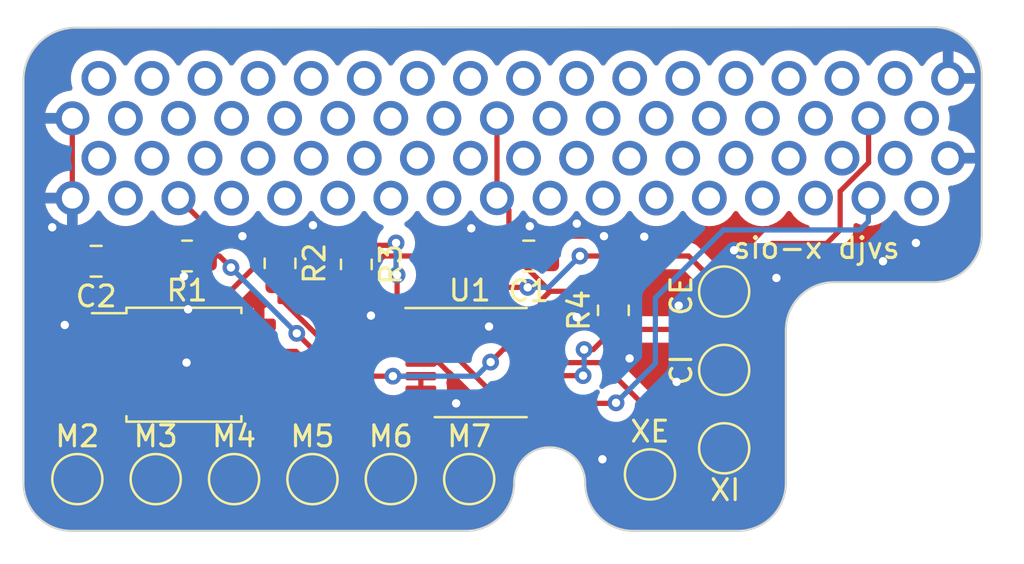
<source format=kicad_pcb>
(kicad_pcb (version 20221018) (generator pcbnew)
  (layers (0 "F.Cu" signal) (31 "B.Cu" signal) (34 "B.Paste" user) (35 "F.Paste" user) (36 "B.SilkS" user "B.Silkscreen") (37 "F.SilkS" user "F.Silkscreen") (38 "B.Mask" user) (39 "F.Mask" user) (44 "Edge.Cuts" user))
  (net 0 "")
  (net 1 "P3")
  (net 2 "CI")
  (net 3 "CE")
  (net 4 "MP1")
  (net 5 "MP2")
  (net 6 "MP3")
  (net 7 "MP4")
  (net 8 "MP5")
  (net 9 "MP6")
  (net 10 "MP7")
  (net 11 "GND1")
  (net 12 "XE")
  (net 13 "XI")
  (net 14 "PI")
  (net 15 "EN")
  (footprint "TestPoint:TestPoint_Pad_D2.0mm" (layer "F.Cu") (at 121.65 61.95 90)
    (fp_text reference "J1" hide)
    (fp_text value "CE" (at -0.2 -2.05 90) (layer "F.SilkS"))
    (fp_circle (center 0 0) (end 0 1.2) (stroke (width 0.12)) (fill none) (layer "F.SilkS"))
    (pad "1" smd circle (at 0 0 90) (size 2 2) (layers "F.Cu" "F.Mask") (net 3 "CE"))
  )
  (footprint "Capacitor_SMD:C_0805_2012Metric" (layer "F.Cu") (at 91.6 60.5 180)
    (fp_text reference "C2" (at 0 -1.68) (layer "F.SilkS"))
    (fp_text value "0.1uF")
    (fp_line (start -0.261252 -0.735) (end 0.261252 -0.735) (stroke (width 0.12)) (layer "F.SilkS"))
    (fp_line (start -0.261252 0.735) (end 0.261252 0.735) (stroke (width 0.12)) (layer "F.SilkS"))
    (pad "1" smd roundrect (at -0.95 0 180) (size 1 1.45) (layers "F.Cu" "F.Paste" "F.Mask") (net 4 "MP1"))
    (pad "2" smd roundrect (at 0.95 0 180) (size 1 1.45) (layers "F.Cu" "F.Paste" "F.Mask") (net 11 "GND1"))
  )
  (footprint "Resistor_SMD:R_0805_2012Metric" (layer "F.Cu") (at 100.4 60.6 -90)
    (fp_text reference "R2" (at 0 -1.65 90) (layer "F.SilkS"))
    (fp_text value "10k")
    (fp_line (start -0.227064 -0.735) (end 0.227064 -0.735) (stroke (width 0.12)) (layer "F.SilkS"))
    (fp_line (start -0.227064 0.735) (end 0.227064 0.735) (stroke (width 0.12)) (layer "F.SilkS"))
    (pad "1" smd roundrect (at -0.9125 0 270) (size 1.025 1.4) (layers "F.Cu" "F.Paste" "F.Mask") (roundrect_rratio 0.243902439) (net 4 "MP1"))
    (pad "2" smd roundrect (at 0.9125 0 270) (size 1.025 1.4) (layers "F.Cu" "F.Paste" "F.Mask") (roundrect_rratio 0.243902439) (net 1 "P3"))
  )
  (footprint "TestPoint:TestPoint_Pad_D2.0mm" (layer "F.Cu") (at 109.45 70.925 180)
    (fp_text reference "J10" hide)
    (fp_text value "M7" (at 0 2.05) (layer "F.SilkS"))
    (fp_circle (center 0 0) (end 0 1.2) (stroke (width 0.12)) (fill none) (layer "F.SilkS"))
    (pad "1" smd circle (at 0 0 180) (size 2 2) (layers "F.Cu" "F.Mask") (net 10 "MP7"))
  )
  (footprint "PsioPin:PsioPin" (layer "F.Cu") (at 110.78 57.48)
    (fp_text reference "J18" hide)
    (fp_text value "M7" hide)
    (pad "1" thru_hole oval (at 0 0) (size 1.625 1.625) (drill 1) (layers *.Cu *.Mask) (net 4 "MP1"))
  )
  (footprint "TestPoint:TestPoint_Pad_D2.0mm" (layer "F.Cu") (at 98.2 70.925 180)
    (fp_text reference "J7" hide)
    (fp_text value "M4" (at 0 2.05) (layer "F.SilkS"))
    (fp_circle (center 0 0) (end 0 1.2) (stroke (width 0.12)) (fill none) (layer "F.SilkS"))
    (pad "1" smd circle (at 0 0 180) (size 2 2) (layers "F.Cu" "F.Mask") (net 7 "MP4"))
  )
  (footprint "PsioPin:PsioPin" (layer "F.Cu") (at 128.56 57.48)
    (fp_text reference "J16" hide)
    (fp_text value "IO_PI" hide)
    (pad "1" thru_hole oval (at 0 0) (size 1.625 1.625) (drill 1) (layers *.Cu *.Mask) (net 14 "PI"))
  )
  (footprint "TestPoint:TestPoint_Pad_D2.0mm" (layer "F.Cu") (at 90.7 70.925 180)
    (fp_text reference "J5" hide)
    (fp_text value "M2" (at 0 2.05) (layer "F.SilkS"))
    (fp_circle (center 0 0) (end 0 1.2) (stroke (width 0.12)) (fill none) (layer "F.SilkS"))
    (pad "1" smd circle (at 0 0 180) (size 2 2) (layers "F.Cu" "F.Mask") (net 5 "MP2"))
  )
  (footprint "TestPoint:TestPoint_Pad_D2.0mm" (layer "F.Cu") (at 94.45 70.925 180)
    (fp_text reference "J6" hide)
    (fp_text value "M3" (at 0 2.05) (layer "F.SilkS"))
    (fp_circle (center 0 0) (end 0 1.2) (stroke (width 0.12)) (fill none) (layer "F.SilkS"))
    (pad "1" smd circle (at 0 0 180) (size 2 2) (layers "F.Cu" "F.Mask") (net 6 "MP3"))
  )
  (footprint "PsioPin:PsioPin" (layer "F.Cu") (at 90.46 53.66)
    (fp_text reference "J12" hide)
    (fp_text value "IO_GND_2" hide)
    (pad "1" thru_hole oval (at 0 0) (size 1.625 1.625) (drill 1) (layers *.Cu *.Mask) (net 11 "GND1"))
  )
  (footprint "Package_SO:TSSOP-14_4.4x5mm_P0.65mm" (layer "F.Cu") (at 110 65.35)
    (fp_text reference "U1" (at -0.52 -3.45) (layer "F.SilkS"))
    (fp_text value "74HC4066")
    (fp_line (start 0 -2.61) (end -3.6 -2.61) (stroke (width 0.12)) (layer "F.SilkS"))
    (fp_line (start 0 -2.61) (end 2.2 -2.61) (stroke (width 0.12)) (layer "F.SilkS"))
    (fp_line (start 0 2.61) (end -2.2 2.61) (stroke (width 0.12)) (layer "F.SilkS"))
    (fp_line (start 0 2.61) (end 2.2 2.61) (stroke (width 0.12)) (layer "F.SilkS"))
    (pad "1" smd roundrect (at -2.8625 -1.95) (size 1.475 0.4) (layers "F.Cu" "F.Paste" "F.Mask") (net 3 "CE"))
    (pad "2" smd roundrect (at -2.8625 -1.3) (size 1.475 0.4) (layers "F.Cu" "F.Paste" "F.Mask") (net 12 "XE"))
    (pad "3" smd roundrect (at -2.8625 -0.65) (size 1.475 0.4) (layers "F.Cu" "F.Paste" "F.Mask") (net 1 "P3"))
    (pad "4" smd roundrect (at -2.8625 0) (size 1.475 0.4) (layers "F.Cu" "F.Paste" "F.Mask") (net 11 "GND1"))
    (pad "5" smd roundrect (at -2.8625 0.65) (size 1.475 0.4) (layers "F.Cu" "F.Paste" "F.Mask") (net 15 "EN"))
    (pad "6" smd roundrect (at -2.8625 1.3) (size 1.475 0.4) (layers "F.Cu" "F.Paste" "F.Mask") (net 15 "EN"))
    (pad "7" smd roundrect (at -2.8625 1.95) (size 1.475 0.4) (layers "F.Cu" "F.Paste" "F.Mask") (net 11 "GND1"))
    (pad "8" smd roundrect (at 2.8625 1.95) (size 1.475 0.4) (layers "F.Cu" "F.Paste" "F.Mask") (net 14 "PI"))
    (pad "9" smd roundrect (at 2.8625 1.3) (size 1.475 0.4) (layers "F.Cu" "F.Paste" "F.Mask") (net 2 "CI"))
    (pad "10" smd roundrect (at 2.8625 0.65) (size 1.475 0.4) (layers "F.Cu" "F.Paste" "F.Mask") (net 2 "CI"))
    (pad "11" smd roundrect (at 2.8625 0) (size 1.475 0.4) (layers "F.Cu" "F.Paste" "F.Mask") (net 13 "XI"))
    (pad "12" smd roundrect (at 2.8625 -0.65) (size 1.475 0.4) (layers "F.Cu" "F.Paste" "F.Mask") (net 15 "EN"))
    (pad "13" smd roundrect (at 2.8625 -1.3) (size 1.475 0.4) (layers "F.Cu" "F.Paste" "F.Mask") (net 15 "EN"))
    (pad "14" smd roundrect (at 2.8625 -1.95) (size 1.475 0.4) (layers "F.Cu" "F.Paste" "F.Mask") (net 4 "MP1"))
  )
  (footprint "Package_SO:SOP-8_5.28x5.23mm_P1.27mm" (layer "F.Cu") (at 95.8 65.45)
    (fp_text reference "U2" hide)
    (fp_text value "12C508/9")
    (fp_line (start -2.75 -2.725) (end -2.75 -2.465) (stroke (width 0.12)) (layer "F.SilkS"))
    (fp_line (start -2.75 -2.465) (end -4.4 -2.465) (stroke (width 0.12)) (layer "F.SilkS"))
    (fp_line (start -2.75 2.725) (end -2.75 2.465) (stroke (width 0.12)) (layer "F.SilkS"))
    (fp_line (start 0 -2.725) (end -2.75 -2.725) (stroke (width 0.12)) (layer "F.SilkS"))
    (fp_line (start 0 -2.725) (end 2.75 -2.725) (stroke (width 0.12)) (layer "F.SilkS"))
    (fp_line (start 0 2.725) (end -2.75 2.725) (stroke (width 0.12)) (layer "F.SilkS"))
    (fp_line (start 0 2.725) (end 2.75 2.725) (stroke (width 0.12)) (layer "F.SilkS"))
    (fp_line (start 2.75 -2.725) (end 2.75 -2.465) (stroke (width 0.12)) (layer "F.SilkS"))
    (fp_line (start 2.75 2.725) (end 2.75 2.465) (stroke (width 0.12)) (layer "F.SilkS"))
    (pad "1" smd roundrect (at -3.6 -1.905) (size 1.6 0.6) (layers "F.Cu" "F.Paste" "F.Mask") (net 4 "MP1"))
    (pad "2" smd roundrect (at -3.6 -0.635) (size 1.6 0.6) (layers "F.Cu" "F.Paste" "F.Mask") (net 5 "MP2"))
    (pad "3" smd roundrect (at -3.6 0.635) (size 1.6 0.6) (layers "F.Cu" "F.Paste" "F.Mask") (net 6 "MP3"))
    (pad "4" smd roundrect (at -3.6 1.905) (size 1.6 0.6) (layers "F.Cu" "F.Paste" "F.Mask") (net 7 "MP4"))
    (pad "5" smd roundrect (at 3.6 1.905) (size 1.6 0.6) (layers "F.Cu" "F.Paste" "F.Mask") (net 8 "MP5"))
    (pad "6" smd roundrect (at 3.6 0.635) (size 1.6 0.6) (layers "F.Cu" "F.Paste" "F.Mask") (net 9 "MP6"))
    (pad "7" smd roundrect (at 3.6 -0.635) (size 1.6 0.6) (layers "F.Cu" "F.Paste" "F.Mask") (net 10 "MP7"))
    (pad "8" smd roundrect (at 3.6 -1.905) (size 1.6 0.6) (layers "F.Cu" "F.Paste" "F.Mask") (net 11 "GND1"))
  )
  (footprint "TestPoint:TestPoint_Pad_D2.0mm" (layer "F.Cu") (at 101.95 70.925 180)
    (fp_text reference "J8" hide)
    (fp_text value "M5" (at 0 2.05) (layer "F.SilkS"))
    (fp_circle (center 0 0) (end 0 1.2) (stroke (width 0.12)) (fill none) (layer "F.SilkS"))
    (pad "1" smd circle (at 0 0 180) (size 2 2) (layers "F.Cu" "F.Mask") (net 8 "MP5"))
  )
  (footprint "TestPoint:TestPoint_Pad_D2.0mm" (layer "F.Cu") (at 118.1 70.7 180)
    (fp_text reference "J3" hide)
    (fp_text value "XE" (at 0 2.05) (layer "F.SilkS"))
    (fp_circle (center 0 0) (end 0 1.2) (stroke (width 0.12)) (fill none) (layer "F.SilkS"))
    (pad "1" smd circle (at 0 0 180) (size 2 2) (layers "F.Cu" "F.Mask") (net 12 "XE"))
  )
  (footprint "PsioPin:PsioPin" (layer "F.Cu") (at 90.46 57.48)
    (fp_text reference "J13" hide)
    (fp_text value "IO_GND_3" hide)
    (pad "1" thru_hole oval (at 0 0) (size 1.625 1.625) (drill 1) (layers *.Cu *.Mask) (net 11 "GND1"))
  )
  (footprint "PsioPin:PsioPin" (layer "F.Cu") (at 132.37 51.75)
    (fp_text reference "J11" hide)
    (fp_text value "IO_GND_1" hide)
    (pad "1" thru_hole oval (at 0 0) (size 1.625 1.625) (drill 1) (layers *.Cu *.Mask) (net 11 "GND1"))
  )
  (footprint "Resistor_SMD:R_0805_2012Metric" (layer "F.Cu") (at 116.35 62.85 90)
    (fp_text reference "R4" (at 0 -1.65 90) (layer "F.SilkS"))
    (fp_text value "10k")
    (fp_line (start -0.227064 -0.735) (end 0.227064 -0.735) (stroke (width 0.12)) (layer "F.SilkS"))
    (fp_line (start -0.227064 0.735) (end 0.227064 0.735) (stroke (width 0.12)) (layer "F.SilkS"))
    (pad "1" smd roundrect (at -0.9125 0 90) (size 1.025 1.4) (layers "F.Cu" "F.Paste" "F.Mask") (roundrect_rratio 0.243902439) (net 2 "CI"))
    (pad "2" smd roundrect (at 0.9125 0 90) (size 1.025 1.4) (layers "F.Cu" "F.Paste" "F.Mask") (roundrect_rratio 0.243902439) (net 4 "MP1"))
  )
  (footprint "PsioPin:PsioPin" (layer "F.Cu") (at 110.78 53.66)
    (fp_text reference "J17" hide)
    (fp_text value "M7" hide)
    (pad "1" thru_hole oval (at 0 0) (size 1.625 1.625) (drill 1) (layers *.Cu *.Mask) (net 4 "MP1"))
  )
  (footprint "Resistor_SMD:R_0805_2012Metric" (layer "F.Cu") (at 95.95 60.25 180)
    (fp_text reference "R1" (at 0 -1.65) (layer "F.SilkS"))
    (fp_text value "47k")
    (fp_line (start -0.227064 -0.735) (end 0.227064 -0.735) (stroke (width 0.12)) (layer "F.SilkS"))
    (fp_line (start -0.227064 0.735) (end 0.227064 0.735) (stroke (width 0.12)) (layer "F.SilkS"))
    (pad "1" smd roundrect (at -0.9125 0 180) (size 1.025 1.4) (layers "F.Cu" "F.Paste" "F.Mask") (roundrect_rratio 0.243902439) (net 15 "EN"))
    (pad "2" smd roundrect (at 0.9125 0 180) (size 1.025 1.4) (layers "F.Cu" "F.Paste" "F.Mask") (roundrect_rratio 0.243902439) (net 11 "GND1"))
  )
  (footprint "TestPoint:TestPoint_Pad_D2.0mm" (layer "F.Cu") (at 105.7 70.925 180)
    (fp_text reference "J9" hide)
    (fp_text value "M6" (at 0 2.05) (layer "F.SilkS"))
    (fp_circle (center 0 0) (end 0 1.2) (stroke (width 0.12)) (fill none) (layer "F.SilkS"))
    (pad "1" smd circle (at 0 0 180) (size 2 2) (layers "F.Cu" "F.Mask") (net 9 "MP6"))
  )
  (footprint "TestPoint:TestPoint_Pad_D2.0mm" (layer "F.Cu") (at 121.65 69.45 180)
    (fp_text reference "J4" hide)
    (fp_text value "XI" (at -0.05 -2) (layer "F.SilkS"))
    (fp_circle (center 0 0) (end 0 1.2) (stroke (width 0.12)) (fill none) (layer "F.SilkS"))
    (pad "1" smd circle (at 0 0 180) (size 2 2) (layers "F.Cu" "F.Mask") (net 13 "XI"))
  )
  (footprint "PsioPin:PsioPin" (layer "F.Cu") (at 128.56 53.66)
    (fp_text reference "J15" hide)
    (fp_text value "IO_PE" hide)
    (pad "1" thru_hole oval (at 0 0) (size 1.625 1.625) (drill 1) (layers *.Cu *.Mask) (net 3 "CE"))
  )
  (footprint "PsioPin:PsioPin" (layer "F.Cu") (at 132.37 55.57)
    (fp_text reference "J14" hide)
    (fp_text value "IO_GND_4" hide)
    (pad "1" thru_hole oval (at 0 0) (size 1.625 1.625) (drill 1) (layers *.Cu *.Mask) (net 11 "GND1"))
  )
  (footprint "PsioPin:PsioPin" (layer "F.Cu") (at 95.54 57.48)
    (fp_text reference "J19" hide)
    (fp_text value "IO_PI" hide)
    (pad "1" thru_hole oval (at 0 0) (size 1.625 1.625) (drill 1) (layers *.Cu *.Mask) (net 15 "EN"))
  )
  (footprint "TestPoint:TestPoint_Pad_D2.0mm" (layer "F.Cu") (at 121.65 65.7 -90)
    (fp_text reference "J2" hide)
    (fp_text value "CI" (at 0 2.05 90) (layer "F.SilkS"))
    (fp_circle (center 0 0) (end 0 1.2) (stroke (width 0.12)) (fill none) (layer "F.SilkS"))
    (pad "1" smd circle (at 0 0 270) (size 2 2) (layers "F.Cu" "F.Mask") (net 2 "CI"))
  )
  (footprint "Resistor_SMD:R_0805_2012Metric" (layer "F.Cu") (at 104.05 60.65 -90)
    (fp_text reference "R3" (at 0 -1.65 90) (layer "F.SilkS"))
    (fp_text value "10k")
    (fp_line (start -0.227064 -0.735) (end 0.227064 -0.735) (stroke (width 0.12)) (layer "F.SilkS"))
    (fp_line (start -0.227064 0.735) (end 0.227064 0.735) (stroke (width 0.12)) (layer "F.SilkS"))
    (pad "1" smd roundrect (at -0.9125 0 270) (size 1.025 1.4) (layers "F.Cu" "F.Paste" "F.Mask") (roundrect_rratio 0.243902439) (net 12 "XE"))
    (pad "2" smd roundrect (at 0.9125 0 270) (size 1.025 1.4) (layers "F.Cu" "F.Paste" "F.Mask") (roundrect_rratio 0.243902439) (net 4 "MP1"))
  )
  (footprint "Capacitor_SMD:C_0805_2012Metric" (layer "F.Cu") (at 112.3 60.25 180)
    (fp_text reference "C1" (at 0 -1.68) (layer "F.SilkS"))
    (fp_text value "0.1uF")
    (fp_line (start -0.261252 -0.735) (end 0.261252 -0.735) (stroke (width 0.12)) (layer "F.SilkS"))
    (fp_line (start -0.261252 0.735) (end 0.261252 0.735) (stroke (width 0.12)) (layer "F.SilkS"))
    (pad "1" smd roundrect (at -0.95 0 180) (size 1 1.45) (layers "F.Cu" "F.Paste" "F.Mask") (net 11 "GND1"))
    (pad "2" smd roundrect (at 0.95 0 180) (size 1 1.45) (layers "F.Cu" "F.Paste" "F.Mask") (net 4 "MP1"))
  )
  (gr_arc (start 124.6 63.8) (mid 125.273654 62.173654) (end 126.9 61.5) (stroke (width 0.1)) (layer "Edge.Cuts"))
  (gr_line (start 133.973654 51.6) (end 133.973654 59.2) (stroke (width 0.1)) (layer "Edge.Cuts"))
  (gr_arc (start 133.973654 59.2) (mid 133.3 60.826346) (end 131.673654 61.5) (stroke (width 0.1)) (layer "Edge.Cuts"))
  (gr_line (start 131.673654 61.5) (end 126.9 61.5) (stroke (width 0.1)) (layer "Edge.Cuts"))
  (gr_line (start 124.6 63.8) (end 124.6 71.1) (stroke (width 0.1)) (layer "Edge.Cuts"))
  (gr_arc (start 131.673654 49.3) (mid 133.3 49.973654) (end 133.973654 51.6) (stroke (width 0.1)) (layer "Edge.Cuts"))
  (gr_line (start 90.626346 49.326346) (end 131.673654 49.3) (stroke (width 0.1)) (layer "Edge.Cuts"))
  (gr_arc (start 124.6 71.1) (mid 123.926346 72.726346) (end 122.3 73.4) (stroke (width 0.1)) (layer "Edge.Cuts"))
  (gr_line (start 88.126346 51.826346) (end 88.126346 71.1) (stroke (width 0.1)) (layer "Edge.Cuts"))
  (gr_arc (start 111.6 71.1) (mid 113.3 69.4) (end 115 71.1) (stroke (width 0.1)) (layer "Edge.Cuts"))
  (gr_arc (start 111.6 71.1) (mid 110.926346 72.726346) (end 109.3 73.4) (stroke (width 0.1)) (layer "Edge.Cuts"))
  (gr_arc (start 117.3 73.4) (mid 115.673654 72.726346) (end 115 71.1) (stroke (width 0.1)) (layer "Edge.Cuts"))
  (gr_line (start 122.3 73.4) (end 117.3 73.4) (stroke (width 0.1)) (layer "Edge.Cuts"))
  (gr_arc (start 88.126346 51.826346) (mid 88.858579 50.058579) (end 90.626346 49.326346) (stroke (width 0.1)) (layer "Edge.Cuts"))
  (gr_arc (start 90.426346 73.4) (mid 88.8 72.726346) (end 88.126346 71.1) (stroke (width 0.1)) (layer "Edge.Cuts"))
  (gr_line (start 109.3 73.4) (end 90.426346 73.4) (stroke (width 0.1)) (layer "Edge.Cuts"))
  (gr_text "sio-x djvs" (at 122 60.45) (layer "F.SilkS") (effects (font (size 1 1)) (justify left bottom)))
  (via (at 98.08 53.66) (size 1.66) (drill 1.02) (layers "F.Cu" "B.Cu") (net 0))
  (via (at 112.05 51.75) (size 1.66) (drill 1.02) (layers "F.Cu" "B.Cu") (net 0))
  (via (at 99.35 55.57) (size 1.66) (drill 1.02) (layers "F.Cu" "B.Cu") (net 0))
  (via (at 100.62 57.48) (size 1.66) (drill 1.02) (layers "F.Cu" "B.Cu") (net 0))
  (via (at 94.27 51.75) (size 1.66) (drill 1.02) (layers "F.Cu" "B.Cu") (net 0))
  (via (at 104.43 55.57) (size 1.66) (drill 1.02) (layers "F.Cu" "B.Cu") (net 0))
  (via (at 95.54 53.66) (size 1.66) (drill 1.02) (layers "F.Cu" "B.Cu") (net 0))
  (via (at 106.97 51.75) (size 1.66) (drill 1.02) (layers "F.Cu" "B.Cu") (net 0))
  (via (at 112.05 55.57) (size 1.66) (drill 1.02) (layers "F.Cu" "B.Cu") (net 0))
  (via (at 105.7 57.48) (size 1.66) (drill 1.02) (layers "F.Cu" "B.Cu") (net 0))
  (via (at 118.4 57.48) (size 1.66) (drill 1.02) (layers "F.Cu" "B.Cu") (net 0))
  (via (at 93 57.48) (size 1.66) (drill 1.02) (layers "F.Cu" "B.Cu") (net 0))
  (via (at 96.81 55.57) (size 1.66) (drill 1.02) (layers "F.Cu" "B.Cu") (net 0))
  (via (at 117.13 55.57) (size 1.66) (drill 1.02) (layers "F.Cu" "B.Cu") (net 0))
  (via (at 108.24 53.66) (size 1.66) (drill 1.02) (layers "F.Cu" "B.Cu") (net 0))
  (via (at 98.08 57.48) (size 1.66) (drill 1.02) (layers "F.Cu" "B.Cu") (net 0))
  (via (at 114.59 51.75) (size 1.66) (drill 1.02) (layers "F.Cu" "B.Cu") (net 0))
  (via (at 115.86 53.66) (size 1.66) (drill 1.02) (layers "F.Cu" "B.Cu") (net 0))
  (via (at 91.73 55.57) (size 1.66) (drill 1.02) (layers "F.Cu" "B.Cu") (net 0))
  (via (at 127.29 51.75) (size 1.66) (drill 1.02) (layers "F.Cu" "B.Cu") (net 0))
  (via (at 101.89 55.57) (size 1.66) (drill 1.02) (layers "F.Cu" "B.Cu") (net 0))
  (via (at 129.83 51.75) (size 1.66) (drill 1.02) (layers "F.Cu" "B.Cu") (net 0))
  (via (at 106.97 55.57) (size 1.66) (drill 1.02) (layers "F.Cu" "B.Cu") (net 0))
  (via (at 117.13 51.75) (size 1.66) (drill 1.02) (layers "F.Cu" "B.Cu") (net 0))
  (via (at 91.73 51.75) (size 1.66) (drill 1.02) (layers "F.Cu" "B.Cu") (net 0))
  (via (at 119.67 55.57) (size 1.66) (drill 1.02) (layers "F.Cu" "B.Cu") (net 0))
  (via (at 131.1 57.48) (size 1.66) (drill 1.02) (layers "F.Cu" "B.Cu") (net 0))
  (via (at 104.43 51.75) (size 1.66) (drill 1.02) (layers "F.Cu" "B.Cu") (net 0))
  (via (at 123.48 57.48) (size 1.66) (drill 1.02) (layers "F.Cu" "B.Cu") (net 0))
  (via (at 115.86 57.48) (size 1.66) (drill 1.02) (layers "F.Cu" "B.Cu") (net 0))
  (via (at 118.4 53.66) (size 1.66) (drill 1.02) (layers "F.Cu" "B.Cu") (net 0))
  (via (at 123.48 53.66) (size 1.66) (drill 1.02) (layers "F.Cu" "B.Cu") (net 0))
  (via (at 119.67 51.75) (size 1.66) (drill 1.02) (layers "F.Cu" "B.Cu") (net 0))
  (via (at 105.7 53.66) (size 1.66) (drill 1.02) (layers "F.Cu" "B.Cu") (net 0))
  (via (at 127.29 55.57) (size 1.66) (drill 1.02) (layers "F.Cu" "B.Cu") (net 0))
  (via (at 113.32 53.66) (size 1.66) (drill 1.02) (layers "F.Cu" "B.Cu") (net 0))
  (via (at 122.21 55.57) (size 1.66) (drill 1.02) (layers "F.Cu" "B.Cu") (net 0))
  (via (at 126.02 53.66) (size 1.66) (drill 1.02) (layers "F.Cu" "B.Cu") (net 0))
  (via (at 122.21 51.75) (size 1.66) (drill 1.02) (layers "F.Cu" "B.Cu") (net 0))
  (via (at 96.81 51.75) (size 1.66) (drill 1.02) (layers "F.Cu" "B.Cu") (net 0))
  (via (at 126.02 57.48) (size 1.66) (drill 1.02) (layers "F.Cu" "B.Cu") (net 0))
  (via (at 114.59 55.57) (size 1.66) (drill 1.02) (layers "F.Cu" "B.Cu") (net 0))
  (via (at 129.83 55.57) (size 1.66) (drill 1.02) (layers "F.Cu" "B.Cu") (net 0))
  (via (at 99.35 51.75) (size 1.66) (drill 1.02) (layers "F.Cu" "B.Cu") (net 0))
  (via (at 103.16 57.48) (size 1.66) (drill 1.02) (layers "F.Cu" "B.Cu") (net 0))
  (via (at 113.32 57.48) (size 1.66) (drill 1.02) (layers "F.Cu" "B.Cu") (net 0))
  (via (at 120.94 57.48) (size 1.66) (drill 1.02) (layers "F.Cu" "B.Cu") (net 0))
  (via (at 109.51 55.57) (size 1.66) (drill 1.02) (layers "F.Cu" "B.Cu") (net 0))
  (via (at 101.89 51.75) (size 1.66) (drill 1.02) (layers "F.Cu" "B.Cu") (net 0))
  (via (at 93 53.66) (size 1.66) (drill 1.02) (layers "F.Cu" "B.Cu") (net 0))
  (via (at 94.27 55.57) (size 1.66) (drill 1.02) (layers "F.Cu" "B.Cu") (net 0))
  (via (at 124.75 55.57) (size 1.66) (drill 1.02) (layers "F.Cu" "B.Cu") (net 0))
  (via (at 100.62 53.66) (size 1.66) (drill 1.02) (layers "F.Cu" "B.Cu") (net 0))
  (via (at 124.75 51.75) (size 1.66) (drill 1.02) (layers "F.Cu" "B.Cu") (net 0))
  (via (at 109.51 51.75) (size 1.66) (drill 1.02) (layers "F.Cu" "B.Cu") (net 0))
  (via (at 108.24 57.48) (size 1.66) (drill 1.02) (layers "F.Cu" "B.Cu") (net 0))
  (via (at 103.16 53.66) (size 1.66) (drill 1.02) (layers "F.Cu" "B.Cu") (net 0))
  (via (at 131.1 53.66) (size 1.66) (drill 1.02) (layers "F.Cu" "B.Cu") (net 0))
  (via (at 120.94 53.66) (size 1.66) (drill 1.02) (layers "F.Cu" "B.Cu") (net 0))
  (segment (start 100.4 62.425) (end 100.558884 62.425) (width 0.25) (layer "F.Cu") (net 1))
  (segment (start 100.4 61.5125) (end 100.4 62.425) (width 0.25) (layer "F.Cu") (net 1))
  (segment (start 100.558884 62.425) (end 102.833884 64.7) (width 0.25) (layer "F.Cu") (net 1))
  (segment (start 102.833884 64.7) (end 107.1375 64.7) (width 0.25) (layer "F.Cu") (net 1))
  (segment (start 112.8625 66.65) (end 112.8625 66) (width 0.25) (layer "F.Cu") (net 2))
  (segment (start 114.95 64.7255) (end 115.387 64.7255) (width 0.25) (layer "F.Cu") (net 2))
  (segment (start 119.7125 63.7625) (end 121.65 65.7) (width 0.25) (layer "F.Cu") (net 2))
  (segment (start 115.387 64.7255) (end 116.35 63.7625) (width 0.25) (layer "F.Cu") (net 2))
  (segment (start 116.35 63.7625) (end 119.7125 63.7625) (width 0.25) (layer "F.Cu") (net 2))
  (segment (start 112.888 65.9745) (end 112.8625 66) (width 0.25) (layer "F.Cu") (net 2))
  (segment (start 114.9 65.9745) (end 112.888 65.9745) (width 0.25) (layer "F.Cu") (net 2))
  (via (at 114.9 65.9745) (size 0.8) (drill 0.4) (layers "F.Cu" "B.Cu") (net 2))
  (via (at 114.95 64.7255) (size 0.8) (drill 0.4) (layers "F.Cu" "B.Cu") (net 2))
  (segment (start 114.95 64.7255) (end 114.95 65.9245) (width 0.25) (layer "B.Cu") (net 2))
  (segment (start 114.95 65.9245) (end 114.9 65.9745) (width 0.25) (layer "B.Cu") (net 2))
  (segment (start 128.56 55.791996) (end 127.2 57.151996) (width 0.25) (layer "F.Cu") (net 3))
  (segment (start 126.55 59.65) (end 127.2 59) (width 0.25) (layer "F.Cu") (net 3))
  (segment (start 128.56 53.66) (end 128.56 55.791996) (width 0.25) (layer "F.Cu") (net 3))
  (segment (start 109.75 61.75) (end 112.25 61.75) (width 0.25) (layer "F.Cu") (net 3))
  (segment (start 114.75 60.25) (end 119.95 60.25) (width 0.25) (layer "F.Cu") (net 3))
  (segment (start 108.1 63.4) (end 109.75 61.75) (width 0.25) (layer "F.Cu") (net 3))
  (segment (start 121.65 61.95) (end 123.95 59.65) (width 0.25) (layer "F.Cu") (net 3))
  (segment (start 119.95 60.25) (end 121.65 61.95) (width 0.25) (layer "F.Cu") (net 3))
  (segment (start 107.1375 63.4) (end 108.1 63.4) (width 0.25) (layer "F.Cu") (net 3))
  (segment (start 123.95 59.65) (end 126.55 59.65) (width 0.25) (layer "F.Cu") (net 3))
  (segment (start 127.2 57.151996) (end 127.2 59) (width 0.25) (layer "F.Cu") (net 3))
  (via (at 114.75 60.25) (size 0.8) (drill 0.4) (layers "F.Cu" "B.Cu") (net 3))
  (via (at 112.25 61.75) (size 0.8) (drill 0.4) (layers "F.Cu" "B.Cu") (net 3))
  (segment (start 112.25 61.75) (end 113.25 61.75) (width 0.25) (layer "B.Cu") (net 3))
  (segment (start 113.25 61.75) (end 114.75 60.25) (width 0.25) (layer "B.Cu") (net 3))
  (segment (start 99.3 60.65) (end 99.4375 60.65) (width 0.25) (layer "F.Cu") (net 4))
  (segment (start 92.55 60.5) (end 93.9 61.85) (width 0.25) (layer "F.Cu") (net 4))
  (segment (start 93.895 61.85) (end 94.05 61.85) (width 0.25) (layer "F.Cu") (net 4))
  (segment (start 98.1 61.85) (end 99.3 60.65) (width 0.25) (layer "F.Cu") (net 4))
  (segment (start 94.05 61.85) (end 98.1 61.85) (width 0.25) (layer "F.Cu") (net 4))
  (segment (start 113.321384 61.9375) (end 111.633884 60.25) (width 0.25) (layer "F.Cu") (net 4))
  (segment (start 100.4 59.6875) (end 102.175 59.6875) (width 0.25) (layer "F.Cu") (net 4))
  (segment (start 93.9 61.85) (end 94.05 61.85) (width 0.25) (layer "F.Cu") (net 4))
  (segment (start 112.8625 63.4) (end 112.8625 62.396384) (width 0.25) (layer "F.Cu") (net 4))
  (segment (start 102.175 59.6875) (end 104.05 61.5625) (width 0.25) (layer "F.Cu") (net 4))
  (segment (start 111.35 60.25) (end 111.35 58.05) (width 0.25) (layer "F.Cu") (net 4))
  (segment (start 112.8625 62.396384) (end 113.321384 61.9375) (width 0.25) (layer "F.Cu") (net 4))
  (segment (start 105.3625 60.25) (end 111.35 60.25) (width 0.25) (layer "F.Cu") (net 4))
  (segment (start 111.633884 60.25) (end 111.35 60.25) (width 0.25) (layer "F.Cu") (net 4))
  (segment (start 92.2 63.545) (end 93.895 61.85) (width 0.25) (layer "F.Cu") (net 4))
  (segment (start 110.78 53.66) (end 110.78 57.48) (width 0.25) (layer "F.Cu") (net 4))
  (segment (start 116.35 61.9375) (end 113.321384 61.9375) (width 0.25) (layer "F.Cu") (net 4))
  (segment (start 111.35 58.05) (end 110.78 57.48) (width 0.25) (layer "F.Cu") (net 4))
  (segment (start 99.4375 60.65) (end 100.4 59.6875) (width 0.25) (layer "F.Cu") (net 4))
  (segment (start 104.05 61.5625) (end 105.3625 60.25) (width 0.25) (layer "F.Cu") (net 4))
  (segment (start 92.2 64.815) (end 91.635 64.815) (width 0.25) (layer "F.Cu") (net 5))
  (segment (start 89.8 70.025) (end 90.7 70.925) (width 0.25) (layer "F.Cu") (net 5))
  (segment (start 91.635 64.815) (end 89.8 66.65) (width 0.25) (layer "F.Cu") (net 5))
  (segment (start 89.8 66.65) (end 89.8 70.025) (width 0.25) (layer "F.Cu") (net 5))
  (segment (start 91.365 66.085) (end 90.55 66.9) (width 0.25) (layer "F.Cu") (net 6))
  (segment (start 90.55 66.9) (end 90.55 68.35) (width 0.25) (layer "F.Cu") (net 6))
  (segment (start 92.2 66.085) (end 91.365 66.085) (width 0.25) (layer "F.Cu") (net 6))
  (segment (start 91.15 68.95) (end 92.475 68.95) (width 0.25) (layer "F.Cu") (net 6))
  (segment (start 91.15 68.95) (end 91.15 69) (width 0.25) (layer "F.Cu") (net 6))
  (segment (start 92.475 68.95) (end 94.45 70.925) (width 0.25) (layer "F.Cu") (net 6))
  (segment (start 90.55 68.35) (end 91.15 68.95) (width 0.25) (layer "F.Cu") (net 6))
  (segment (start 92.2 67.355) (end 92.305 67.355) (width 0.25) (layer "F.Cu") (net 7))
  (segment (start 92.305 67.355) (end 93.325 68.375) (width 0.25) (layer "F.Cu") (net 7))
  (segment (start 93.325 68.375) (end 95.65 68.375) (width 0.25) (layer "F.Cu") (net 7))
  (segment (start 95.65 68.375) (end 98.2 70.925) (width 0.25) (layer "F.Cu") (net 7))
  (segment (start 99.4 67.355) (end 99.4 68.375) (width 0.25) (layer "F.Cu") (net 8))
  (segment (start 99.4 68.375) (end 101.95 70.925) (width 0.25) (layer "F.Cu") (net 8))
  (segment (start 100.86 66.085) (end 105.7 70.925) (width 0.25) (layer "F.Cu") (net 9))
  (segment (start 99.4 66.085) (end 100.86 66.085) (width 0.25) (layer "F.Cu") (net 9))
  (segment (start 103.95 66.95) (end 105.025 68.025) (width 0.25) (layer "F.Cu") (net 10))
  (segment (start 106.55 68.025) (end 109.45 70.925) (width 0.25) (layer "F.Cu") (net 10))
  (segment (start 105.025 68.025) (end 106.55 68.025) (width 0.25) (layer "F.Cu") (net 10))
  (segment (start 103.3 66.95) (end 103.95 66.95) (width 0.25) (layer "F.Cu") (net 10))
  (segment (start 99.4 64.815) (end 101.165 64.815) (width 0.25) (layer "F.Cu") (net 10))
  (segment (start 101.165 64.815) (end 103.3 66.95) (width 0.25) (layer "F.Cu") (net 10))
  (segment (start 96.745 63.545) (end 99.4 63.545) (width 0.25) (layer "F.Cu") (net 11))
  (segment (start 95.0375 60.25) (end 95.0375 60.463) (width 0.25) (layer "F.Cu") (net 11))
  (segment (start 95.0375 60.463) (end 95.8 61.2255) (width 0.25) (layer "F.Cu") (net 11))
  (segment (start 108 65.35) (end 108.8 66.15) (width 0.25) (layer "F.Cu") (net 11))
  (segment (start 90.46 53.66) (end 90.46 57.48) (width 0.25) (layer "F.Cu") (net 11))
  (segment (start 107.1375 67.3) (end 108.825 67.3) (width 0.25) (layer "F.Cu") (net 11))
  (segment (start 114.2 59.3) (end 113.497487 60.002513) (width 0.25) (layer "F.Cu") (net 11))
  (segment (start 96 62.8) (end 96.745 63.545) (width 0.25) (layer "F.Cu") (net 11))
  (segment (start 107.1375 65.35) (end 108 65.35) (width 0.25) (layer "F.Cu") (net 11))
  (segment (start 115.9 59.3) (end 114.2 59.3) (width 0.25) (layer "F.Cu") (net 11))
  (via (at 89.5 58.875) (size 0.8) (drill 0.4) (layers "F.Cu" "B.Cu") (net 11))
  (via (at 114.6 58.7) (size 0.8) (drill 0.4) (layers "F.Cu" "B.Cu") (net 11))
  (via (at 119.375 66.275) (size 0.8) (drill 0.4) (layers "F.Cu" "B.Cu") (net 11))
  (via (at 95.925 65.35) (size 0.8) (drill 0.4) (layers "F.Cu" "B.Cu") (net 11))
  (via (at 108.825 67.3) (size 0.8) (drill 0.4) (layers "F.Cu" "B.Cu") (net 11))
  (via (at 115.825 69.975) (size 0.8) (drill 0.4) (layers "F.Cu" "B.Cu") (net 11))
  (via (at 109.55 58.925) (size 0.8) (drill 0.4) (layers "F.Cu" "B.Cu") (net 11))
  (via (at 122.125 59.975) (size 0.8) (drill 0.4) (layers "F.Cu" "B.Cu") (net 11))
  (via (at 104.75 63.1) (size 0.8) (drill 0.4) (layers "F.Cu" "B.Cu") (net 11))
  (via (at 117.825 59.325) (size 0.8) (drill 0.4) (layers "F.Cu" "B.Cu") (net 11))
  (via (at 112.35 58.825) (size 0.8) (drill 0.4) (layers "F.Cu" "B.Cu") (net 11))
  (via (at 98.6 59.3) (size 0.8) (drill 0.4) (layers "F.Cu" "B.Cu") (net 11))
  (via (at 90.1 63.55) (size 0.8) (drill 0.4) (layers "F.Cu" "B.Cu") (net 11))
  (via (at 124.15 61.3) (size 0.8) (drill 0.4) (layers "F.Cu" "B.Cu") (net 11))
  (via (at 119.475 62.625) (size 0.8) (drill 0.4) (layers "F.Cu" "B.Cu") (net 11))
  (via (at 95.8 61.2255) (size 0.8) (drill 0.4) (layers "F.Cu" "B.Cu") (net 11))
  (via (at 114.6 63.175) (size 0.8) (drill 0.4) (layers "F.Cu" "B.Cu") (net 11))
  (via (at 117.125 65.15) (size 0.8) (drill 0.4) (layers "F.Cu" "B.Cu") (net 11))
  (via (at 129.25 60.5) (size 0.8) (drill 0.4) (layers "F.Cu" "B.Cu") (net 11))
  (via (at 96 62.8) (size 0.8) (drill 0.4) (layers "F.Cu" "B.Cu") (net 11))
  (via (at 101.975 58.775) (size 0.8) (drill 0.4) (layers "F.Cu" "B.Cu") (net 11))
  (via (at 110.4 63.625) (size 0.8) (drill 0.4) (layers "F.Cu" "B.Cu") (net 11))
  (via (at 130.825 59.625) (size 0.8) (drill 0.4) (layers "F.Cu" "B.Cu") (net 11))
  (via (at 115.9 59.3) (size 0.8) (drill 0.4) (layers "F.Cu" "B.Cu") (net 11))
  (segment (start 95.8 61.2255) (end 95.8 62.6) (width 0.25) (layer "B.Cu") (net 11))
  (segment (start 95.8 62.6) (end 96 62.8) (width 0.25) (layer "B.Cu") (net 11))
  (segment (start 115.6 68.2) (end 118.1 70.7) (width 0.25) (layer "F.Cu") (net 12))
  (segment (start 106 61.15) (end 106 63.459619) (width 0.25) (layer "F.Cu") (net 12))
  (segment (start 114.65 68.2) (end 115.6 68.2) (width 0.25) (layer "F.Cu") (net 12))
  (segment (start 107.1375 64.05) (end 107.8 64.05) (width 0.25) (layer "F.Cu") (net 12))
  (segment (start 105.838 59.7375) (end 105.95 59.6255) (width 0.25) (layer "F.Cu") (net 12))
  (segment (start 106.590381 64.05) (end 107.1375 64.05) (width 0.25) (layer "F.Cu") (net 12))
  (segment (start 104.05 59.7375) (end 105.838 59.7375) (width 0.25) (layer "F.Cu") (net 12))
  (segment (start 106.5375 64.05) (end 107.1375 64.05) (width 0.25) (layer "F.Cu") (net 12))
  (segment (start 106 63.459619) (end 106.590381 64.05) (width 0.25) (layer "F.Cu") (net 12))
  (segment (start 111.95 68.2) (end 114.65 68.2) (width 0.25) (layer "F.Cu") (net 12))
  (segment (start 107.8 64.05) (end 111.95 68.2) (width 0.25) (layer "F.Cu") (net 12))
  (via (at 106 61.15) (size 0.8) (drill 0.4) (layers "F.Cu" "B.Cu") (net 12))
  (via (at 105.95 59.6255) (size 0.8) (drill 0.4) (layers "F.Cu" "B.Cu") (net 12))
  (segment (start 105.95 59.6255) (end 105.95 61.1) (width 0.25) (layer "B.Cu") (net 12))
  (segment (start 105.95 61.1) (end 106 61.15) (width 0.25) (layer "B.Cu") (net 12))
  (segment (start 119.592894 67.392894) (end 121.65 69.45) (width 0.25) (layer "F.Cu") (net 13))
  (segment (start 118.85 67.392894) (end 119.592894 67.392894) (width 0.25) (layer "F.Cu") (net 13))
  (segment (start 117.807106 67.392894) (end 118.85 67.392894) (width 0.25) (layer "F.Cu") (net 13))
  (segment (start 112.8625 65.35) (end 115.764212 65.35) (width 0.25) (layer "F.Cu") (net 13))
  (segment (start 115.764212 65.35) (end 117.807106 67.392894) (width 0.25) (layer "F.Cu") (net 13))
  (segment (start 112.8625 67.3) (end 116.45 67.3) (width 0.25) (layer "F.Cu") (net 14))
  (segment (start 116.45 67.3) (end 116.4755 67.2745) (width 0.25) (layer "F.Cu") (net 14))
  (via (at 116.4755 67.2745) (size 0.8) (drill 0.4) (layers "F.Cu" "B.Cu") (net 14))
  (segment (start 118.358058 65.391942) (end 118.358058 62.258058) (width 0.25) (layer "B.Cu") (net 14))
  (segment (start 121.615616 59.0005) (end 128.15 59.0005) (width 0.25) (layer "B.Cu") (net 14))
  (segment (start 116.4755 67.2745) (end 118.358058 65.391942) (width 0.25) (layer "B.Cu") (net 14))
  (segment (start 128.5505 58.6) (end 128.15 59.0005) (width 0.25) (layer "B.Cu") (net 14))
  (segment (start 118.358058 62.258058) (end 121.615616 59.0005) (width 0.25) (layer "B.Cu") (net 14))
  (segment (start 128.5505 58.6) (end 128.5505 57.4895) (width 0.25) (layer "B.Cu") (net 14))
  (segment (start 112.8625 64.7) (end 111.1 64.7) (width 0.25) (layer "F.Cu") (net 15))
  (segment (start 107.1375 66) (end 105.8 66) (width 0.25) (layer "F.Cu") (net 15))
  (segment (start 111.1 64.7) (end 110.4755 65.3245) (width 0.25) (layer "F.Cu") (net 15))
  (segment (start 96.8625 60.25) (end 96.8625 58.8025) (width 0.25) (layer "F.Cu") (net 15))
  (segment (start 105.75 66) (end 103.25 66) (width 0.25) (layer "F.Cu") (net 15))
  (segment (start 105.8 66) (end 105.75 66) (width 0.25) (layer "F.Cu") (net 15))
  (segment (start 98.05 60.8) (end 97.5 60.25) (width 0.25) (layer "F.Cu") (net 15))
  (segment (start 96.8625 58.8025) (end 95.54 57.48) (width 0.25) (layer "F.Cu") (net 15))
  (segment (start 97.5 60.25) (end 96.8625 60.25) (width 0.25) (layer "F.Cu") (net 15))
  (segment (start 107.1375 66) (end 107.1375 66.65) (width 0.25) (layer "F.Cu") (net 15))
  (segment (start 103.25 66) (end 101.2 63.95) (width 0.25) (layer "F.Cu") (net 15))
  (segment (start 112.8625 64.05) (end 112.8625 64.7) (width 0.25) (layer "F.Cu") (net 15))
  (via (at 105.8 66) (size 0.8) (drill 0.4) (layers "F.Cu" "B.Cu") (net 15))
  (via (at 98.05 60.8) (size 0.8) (drill 0.4) (layers "F.Cu" "B.Cu") (net 15))
  (via (at 101.2 63.95) (size 0.8) (drill 0.4) (layers "F.Cu" "B.Cu") (net 15))
  (via (at 110.4755 65.3245) (size 0.8) (drill 0.4) (layers "F.Cu" "B.Cu") (net 15))
  (segment (start 109.8 66) (end 110.4755 65.3245) (width 0.25) (layer "B.Cu") (net 15))
  (segment (start 98.05 60.8) (end 101.2 63.95) (width 0.25) (layer "B.Cu") (net 15))
  (segment (start 105.8 66) (end 109.8 66) (width 0.25) (layer "B.Cu") (net 15))
  (zone (net 11) (net_name "GND1") (layer "F.Cu") (name "FRONTFILL") (connect_pads (clearance 0.508)) (min_thickness 0.254) (fill yes (thermal_gap 0.508) (thermal_bridge_width 0.508) (island_removal_mode 1) (island_area_min 10))
    (polygon (pts (xy 135 49) (xy 135 74) (xy 88 74) (xy 88 49)))
  )
  (zone (net 11) (net_name "GND1") (layer "B.Cu") (name "backfill") (priority 1) (connect_pads (clearance 0.508)) (min_thickness 0.254) (fill yes (thermal_gap 0.508) (thermal_bridge_width 0.508) (island_removal_mode 1) (island_area_min 10))
    (polygon (pts (xy 136 48) (xy 115 48) (xy 87 48) (xy 87 75) (xy 136 75)))
  )
)
</source>
